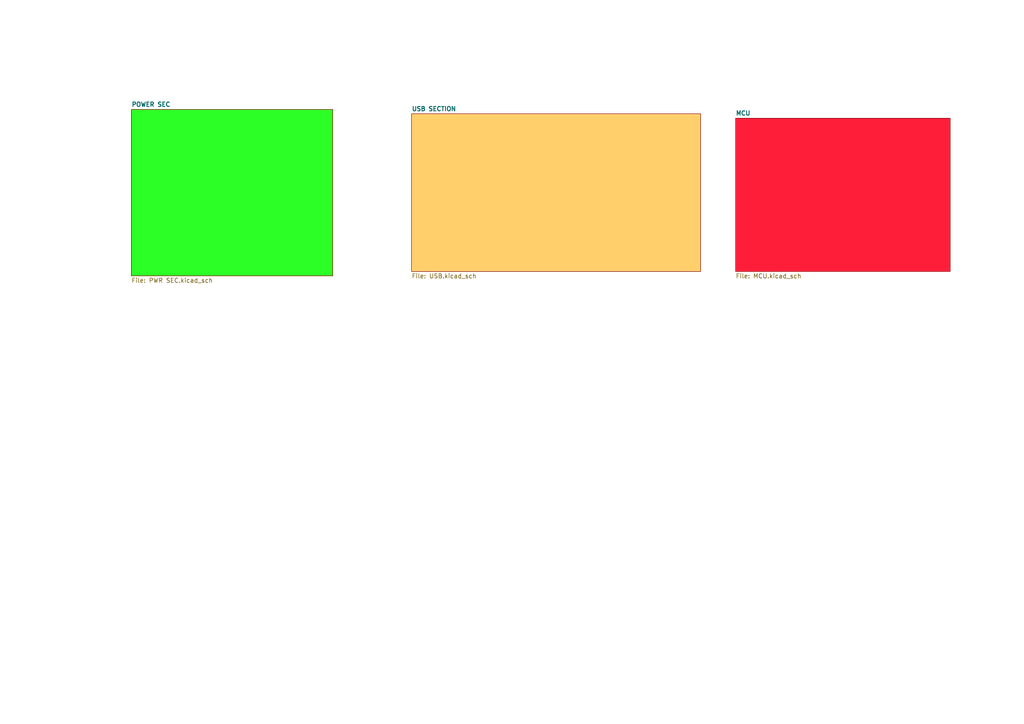
<source format=kicad_sch>
(kicad_sch
	(version 20231120)
	(generator "eeschema")
	(generator_version "8.0")
	(uuid "78522507-87c4-4635-a99e-e1bd853983fc")
	(paper "A4")
	(title_block
		(title "ARDUINO UNO R3")
		(date "2024-07-05")
		(rev "1.0.0")
		(company "RK DESIGN")
	)
	(lib_symbols)
	(sheet
		(at 213.36 34.29)
		(size 62.23 44.45)
		(fields_autoplaced yes)
		(stroke
			(width 0.1524)
			(type solid)
		)
		(fill
			(color 255 30 57 1.0000)
		)
		(uuid "5467c8c1-fae0-45ce-a7f2-d965e1749a08")
		(property "Sheetname" "MCU"
			(at 213.36 33.5784 0)
			(effects
				(font
					(size 1.27 1.27)
					(bold yes)
				)
				(justify left bottom)
			)
		)
		(property "Sheetfile" "MCU.kicad_sch"
			(at 213.36 79.3246 0)
			(effects
				(font
					(size 1.27 1.27)
				)
				(justify left top)
			)
		)
		(instances
			(project "arduino_uno_r3"
				(path "/78522507-87c4-4635-a99e-e1bd853983fc"
					(page "4")
				)
			)
		)
	)
	(sheet
		(at 38.1 31.75)
		(size 58.42 48.26)
		(fields_autoplaced yes)
		(stroke
			(width 0.1524)
			(type solid)
		)
		(fill
			(color 43 255 37 1.0000)
		)
		(uuid "ddc1f7c4-048b-446d-ab2a-c3a473ba1f11")
		(property "Sheetname" "POWER SEC"
			(at 38.1 31.0384 0)
			(effects
				(font
					(size 1.27 1.27)
					(bold yes)
				)
				(justify left bottom)
			)
		)
		(property "Sheetfile" "PWR SEC.kicad_sch"
			(at 38.1 80.5946 0)
			(effects
				(font
					(size 1.27 1.27)
				)
				(justify left top)
			)
		)
		(instances
			(project "arduino_uno_r3"
				(path "/78522507-87c4-4635-a99e-e1bd853983fc"
					(page "2")
				)
			)
		)
	)
	(sheet
		(at 119.38 33.02)
		(size 83.82 45.72)
		(fields_autoplaced yes)
		(stroke
			(width 0.1524)
			(type solid)
		)
		(fill
			(color 255 207 108 1.0000)
		)
		(uuid "fd9c8267-1a8b-4daa-a65f-6848d4b74ccd")
		(property "Sheetname" "USB SECTION"
			(at 119.38 32.3084 0)
			(effects
				(font
					(size 1.27 1.27)
					(bold yes)
				)
				(justify left bottom)
			)
		)
		(property "Sheetfile" "USB.kicad_sch"
			(at 119.38 79.3246 0)
			(effects
				(font
					(size 1.27 1.27)
				)
				(justify left top)
			)
		)
		(instances
			(project "arduino_uno_r3"
				(path "/78522507-87c4-4635-a99e-e1bd853983fc"
					(page "3")
				)
			)
		)
	)
	(sheet_instances
		(path "/"
			(page "1")
		)
	)
)

</source>
